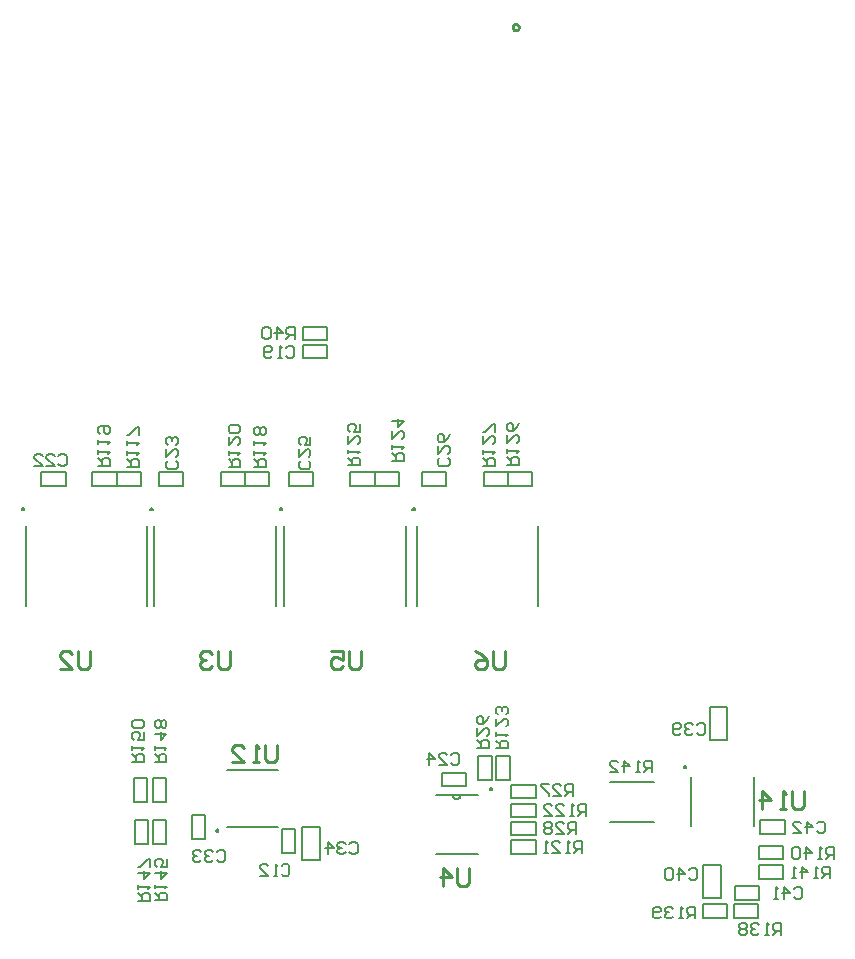
<source format=gbo>
%FSTAX23Y23*%
%MOIN*%
%SFA1B1*%

%IPPOS*%
%ADD10C,0.010000*%
%ADD12C,0.007874*%
%ADD13C,0.006000*%
%ADD14C,0.005000*%
%ADD16C,0.008000*%
%LNocb_development_board-1*%
%LPD*%
G54D10*
X02091Y03055D02*
D01*
X02091Y03056*
X02091Y03057*
X02091Y03057*
X02091Y03058*
X02091Y03059*
X0209Y03059*
X0209Y0306*
X0209Y03061*
X02089Y03061*
X02089Y03062*
X02088Y03062*
X02088Y03063*
X02087Y03063*
X02087Y03064*
X02086Y03064*
X02085Y03064*
X02085Y03065*
X02084Y03065*
X02084Y03065*
X02083Y03065*
X02082Y03065*
X02081Y03065*
X02081*
X0208Y03065*
X02079Y03065*
X02079Y03065*
X02078Y03065*
X02077Y03065*
X02077Y03064*
X02076Y03064*
X02076Y03064*
X02075Y03063*
X02074Y03063*
X02074Y03062*
X02073Y03062*
X02073Y03061*
X02073Y03061*
X02072Y0306*
X02072Y03059*
X02072Y03059*
X02072Y03058*
X02071Y03057*
X02071Y03057*
X02071Y03056*
X02071Y03055*
X02071Y03055*
X02071Y03054*
X02071Y03053*
X02072Y03053*
X02072Y03052*
X02072Y03051*
X02072Y03051*
X02073Y0305*
X02073Y03049*
X02073Y03049*
X02074Y03048*
X02074Y03048*
X02075Y03047*
X02076Y03047*
X02076Y03047*
X02077Y03046*
X02077Y03046*
X02078Y03046*
X02079Y03046*
X02079Y03045*
X0208Y03045*
X02081Y03045*
X02081*
X02082Y03045*
X02083Y03045*
X02084Y03046*
X02084Y03046*
X02085Y03046*
X02085Y03046*
X02086Y03047*
X02087Y03047*
X02087Y03047*
X02088Y03048*
X02088Y03048*
X02089Y03049*
X02089Y03049*
X0209Y0305*
X0209Y03051*
X0209Y03051*
X02091Y03052*
X02091Y03053*
X02091Y03053*
X02091Y03054*
X02091Y03055*
X02091Y03055*
X01284Y00664D02*
Y00615D01*
X01274Y00605*
X01254*
X01244Y00615*
Y00664*
X01224Y00605D02*
X01205D01*
X01215*
Y00664*
X01224Y00654*
X01135Y00605D02*
X01175D01*
X01135Y00644*
Y00654*
X01145Y00664*
X01165*
X01175Y00654*
X03041Y00509D02*
Y0046D01*
X03031Y0045*
X03011*
X03001Y0046*
Y00509*
X02981Y0045D02*
X02962D01*
X02972*
Y00509*
X02981Y00499*
X02902Y0045D02*
Y00509D01*
X02932Y0048*
X02892*
X02045Y00975D02*
Y00925D01*
X02035Y00915*
X02015*
X02005Y00925*
Y00975*
X01946D02*
X01966Y00965D01*
X01986Y00945*
Y00925*
X01976Y00915*
X01956*
X01946Y00925*
Y00935*
X01956Y00945*
X01986*
X01565Y00975D02*
Y00925D01*
X01555Y00915*
X01535*
X01525Y00925*
Y00975*
X01466D02*
X01506D01*
Y00945*
X01486Y00955*
X01476*
X01466Y00945*
Y00925*
X01476Y00915*
X01496*
X01506Y00925*
X01927Y00253D02*
Y00204D01*
X01917Y00194*
X01897*
X01887Y00204*
Y00253*
X01838Y00194D02*
Y00253D01*
X01868Y00224*
X01828*
X01128Y00975D02*
Y00925D01*
X01118Y00915*
X01098*
X01088Y00925*
Y00975*
X01069Y00965D02*
X01059Y00975D01*
X01039*
X01029Y00965*
Y00955*
X01039Y00945*
X01049*
X01039*
X01029Y00935*
Y00925*
X01039Y00915*
X01059*
X01069Y00925*
X00661Y00975D02*
Y00925D01*
X00651Y00915*
X00631*
X00621Y00925*
Y00975*
X00562Y00915D02*
X00602D01*
X00562Y00955*
Y00965*
X00572Y00975*
X00592*
X00602Y00965*
G54D12*
X01303Y01449D02*
D01*
X01303Y01449*
X01303Y01449*
X01303Y01449*
X01303Y0145*
X01303Y0145*
X01302Y0145*
X01302Y0145*
X01302Y01451*
X01302Y01451*
X01302Y01451*
X01302Y01451*
X01302Y01452*
X01301Y01452*
X01301Y01452*
X01301Y01452*
X01301Y01452*
X013Y01452*
X013Y01452*
X013Y01452*
X013Y01453*
X01299Y01453*
X01299Y01453*
X01299*
X01298Y01453*
X01298Y01453*
X01298Y01452*
X01298Y01452*
X01297Y01452*
X01297Y01452*
X01297Y01452*
X01297Y01452*
X01296Y01452*
X01296Y01452*
X01296Y01451*
X01296Y01451*
X01296Y01451*
X01296Y01451*
X01295Y0145*
X01295Y0145*
X01295Y0145*
X01295Y0145*
X01295Y01449*
X01295Y01449*
X01295Y01449*
X01295Y01449*
X01295Y01448*
X01295Y01448*
X01295Y01448*
X01295Y01448*
X01295Y01447*
X01295Y01447*
X01295Y01447*
X01296Y01447*
X01296Y01446*
X01296Y01446*
X01296Y01446*
X01296Y01446*
X01296Y01446*
X01297Y01445*
X01297Y01445*
X01297Y01445*
X01297Y01445*
X01298Y01445*
X01298Y01445*
X01298Y01445*
X01298Y01445*
X01299Y01445*
X01299*
X01299Y01445*
X013Y01445*
X013Y01445*
X013Y01445*
X013Y01445*
X01301Y01445*
X01301Y01445*
X01301Y01445*
X01301Y01446*
X01302Y01446*
X01302Y01446*
X01302Y01446*
X01302Y01446*
X01302Y01447*
X01302Y01447*
X01302Y01447*
X01303Y01447*
X01303Y01448*
X01303Y01448*
X01303Y01448*
X01303Y01448*
X01303Y01449*
X00871D02*
D01*
X00871Y01449*
X00871Y01449*
X00871Y01449*
X00871Y0145*
X00871Y0145*
X0087Y0145*
X0087Y0145*
X0087Y01451*
X0087Y01451*
X0087Y01451*
X0087Y01451*
X0087Y01452*
X00869Y01452*
X00869Y01452*
X00869Y01452*
X00869Y01452*
X00868Y01452*
X00868Y01452*
X00868Y01452*
X00868Y01453*
X00867Y01453*
X00867Y01453*
X00867*
X00866Y01453*
X00866Y01453*
X00866Y01452*
X00866Y01452*
X00865Y01452*
X00865Y01452*
X00865Y01452*
X00865Y01452*
X00864Y01452*
X00864Y01452*
X00864Y01451*
X00864Y01451*
X00864Y01451*
X00864Y01451*
X00863Y0145*
X00863Y0145*
X00863Y0145*
X00863Y0145*
X00863Y01449*
X00863Y01449*
X00863Y01449*
X00863Y01449*
X00863Y01448*
X00863Y01448*
X00863Y01448*
X00863Y01448*
X00863Y01447*
X00863Y01447*
X00863Y01447*
X00864Y01447*
X00864Y01446*
X00864Y01446*
X00864Y01446*
X00864Y01446*
X00864Y01446*
X00865Y01445*
X00865Y01445*
X00865Y01445*
X00865Y01445*
X00866Y01445*
X00866Y01445*
X00866Y01445*
X00866Y01445*
X00867Y01445*
X00867*
X00867Y01445*
X00868Y01445*
X00868Y01445*
X00868Y01445*
X00868Y01445*
X00869Y01445*
X00869Y01445*
X00869Y01445*
X00869Y01446*
X0087Y01446*
X0087Y01446*
X0087Y01446*
X0087Y01446*
X0087Y01447*
X0087Y01447*
X0087Y01447*
X00871Y01447*
X00871Y01448*
X00871Y01448*
X00871Y01448*
X00871Y01448*
X00871Y01449*
X02649Y00591D02*
D01*
X02649Y00591*
X02649Y00591*
X02649Y00591*
X02649Y00592*
X02649Y00592*
X02649Y00592*
X02649Y00592*
X02649Y00593*
X02649Y00593*
X02649Y00593*
X02648Y00593*
X02648Y00593*
X02648Y00594*
X02648Y00594*
X02647Y00594*
X02647Y00594*
X02647Y00594*
X02647Y00594*
X02646Y00594*
X02646Y00594*
X02646Y00594*
X02646Y00594*
X02645*
X02645Y00594*
X02645Y00594*
X02645Y00594*
X02644Y00594*
X02644Y00594*
X02644Y00594*
X02644Y00594*
X02643Y00594*
X02643Y00594*
X02643Y00593*
X02643Y00593*
X02642Y00593*
X02642Y00593*
X02642Y00593*
X02642Y00592*
X02642Y00592*
X02642Y00592*
X02642Y00592*
X02642Y00591*
X02642Y00591*
X02642Y00591*
X02642Y00591*
X02642Y0059*
X02642Y0059*
X02642Y0059*
X02642Y00589*
X02642Y00589*
X02642Y00589*
X02642Y00589*
X02642Y00588*
X02642Y00588*
X02642Y00588*
X02643Y00588*
X02643Y00588*
X02643Y00587*
X02643Y00587*
X02644Y00587*
X02644Y00587*
X02644Y00587*
X02644Y00587*
X02645Y00587*
X02645Y00587*
X02645Y00587*
X02645Y00587*
X02646*
X02646Y00587*
X02646Y00587*
X02646Y00587*
X02647Y00587*
X02647Y00587*
X02647Y00587*
X02647Y00587*
X02648Y00587*
X02648Y00587*
X02648Y00588*
X02648Y00588*
X02649Y00588*
X02649Y00588*
X02649Y00588*
X02649Y00589*
X02649Y00589*
X02649Y00589*
X02649Y00589*
X02649Y0059*
X02649Y0059*
X02649Y0059*
X02649Y00591*
X0109Y00378D02*
D01*
X0109Y00378*
X0109Y00379*
X0109Y00379*
X0109Y00379*
X0109Y0038*
X0109Y0038*
X0109Y0038*
X0109Y0038*
X0109Y00381*
X01089Y00381*
X01089Y00381*
X01089Y00381*
X01089Y00381*
X01089Y00381*
X01088Y00382*
X01088Y00382*
X01088Y00382*
X01088Y00382*
X01087Y00382*
X01087Y00382*
X01087Y00382*
X01087Y00382*
X01086*
X01086Y00382*
X01086Y00382*
X01085Y00382*
X01085Y00382*
X01085Y00382*
X01085Y00382*
X01084Y00382*
X01084Y00381*
X01084Y00381*
X01084Y00381*
X01084Y00381*
X01083Y00381*
X01083Y00381*
X01083Y0038*
X01083Y0038*
X01083Y0038*
X01083Y0038*
X01083Y00379*
X01083Y00379*
X01082Y00379*
X01082Y00378*
X01082Y00378*
X01082Y00378*
X01082Y00378*
X01083Y00377*
X01083Y00377*
X01083Y00377*
X01083Y00377*
X01083Y00376*
X01083Y00376*
X01083Y00376*
X01083Y00376*
X01084Y00375*
X01084Y00375*
X01084Y00375*
X01084Y00375*
X01084Y00375*
X01085Y00375*
X01085Y00375*
X01085Y00374*
X01085Y00374*
X01086Y00374*
X01086Y00374*
X01086Y00374*
X01087*
X01087Y00374*
X01087Y00374*
X01087Y00374*
X01088Y00374*
X01088Y00375*
X01088Y00375*
X01088Y00375*
X01089Y00375*
X01089Y00375*
X01089Y00375*
X01089Y00375*
X01089Y00376*
X0109Y00376*
X0109Y00376*
X0109Y00376*
X0109Y00377*
X0109Y00377*
X0109Y00377*
X0109Y00377*
X0109Y00378*
X0109Y00378*
X0109Y00378*
X01745Y01449D02*
D01*
X01745Y01449*
X01745Y01449*
X01745Y01449*
X01745Y0145*
X01745Y0145*
X01744Y0145*
X01744Y0145*
X01744Y01451*
X01744Y01451*
X01744Y01451*
X01744Y01451*
X01744Y01452*
X01743Y01452*
X01743Y01452*
X01743Y01452*
X01743Y01452*
X01742Y01452*
X01742Y01452*
X01742Y01452*
X01742Y01453*
X01741Y01453*
X01741Y01453*
X01741*
X0174Y01453*
X0174Y01453*
X0174Y01452*
X0174Y01452*
X01739Y01452*
X01739Y01452*
X01739Y01452*
X01739Y01452*
X01738Y01452*
X01738Y01452*
X01738Y01451*
X01738Y01451*
X01738Y01451*
X01738Y01451*
X01737Y0145*
X01737Y0145*
X01737Y0145*
X01737Y0145*
X01737Y01449*
X01737Y01449*
X01737Y01449*
X01737Y01449*
X01737Y01448*
X01737Y01448*
X01737Y01448*
X01737Y01448*
X01737Y01447*
X01737Y01447*
X01737Y01447*
X01738Y01447*
X01738Y01446*
X01738Y01446*
X01738Y01446*
X01738Y01446*
X01738Y01446*
X01739Y01445*
X01739Y01445*
X01739Y01445*
X01739Y01445*
X0174Y01445*
X0174Y01445*
X0174Y01445*
X0174Y01445*
X01741Y01445*
X01741*
X01741Y01445*
X01742Y01445*
X01742Y01445*
X01742Y01445*
X01742Y01445*
X01743Y01445*
X01743Y01445*
X01743Y01445*
X01743Y01446*
X01744Y01446*
X01744Y01446*
X01744Y01446*
X01744Y01446*
X01744Y01447*
X01744Y01447*
X01744Y01447*
X01745Y01447*
X01745Y01448*
X01745Y01448*
X01745Y01448*
X01745Y01448*
X01745Y01449*
X02003Y00516D02*
D01*
X02003Y00516*
X02003Y00516*
X02003Y00516*
X02002Y00517*
X02002Y00517*
X02002Y00517*
X02002Y00517*
X02002Y00518*
X02002Y00518*
X02002Y00518*
X02002Y00518*
X02001Y00519*
X02001Y00519*
X02001Y00519*
X02001Y00519*
X02Y00519*
X02Y00519*
X02Y00519*
X02Y00519*
X01999Y00519*
X01999Y0052*
X01999Y0052*
X01999*
X01998Y0052*
X01998Y00519*
X01998Y00519*
X01997Y00519*
X01997Y00519*
X01997Y00519*
X01997Y00519*
X01996Y00519*
X01996Y00519*
X01996Y00519*
X01996Y00518*
X01996Y00518*
X01995Y00518*
X01995Y00518*
X01995Y00517*
X01995Y00517*
X01995Y00517*
X01995Y00517*
X01995Y00516*
X01995Y00516*
X01995Y00516*
X01995Y00516*
X01995Y00515*
X01995Y00515*
X01995Y00515*
X01995Y00515*
X01995Y00514*
X01995Y00514*
X01995Y00514*
X01995Y00514*
X01995Y00513*
X01996Y00513*
X01996Y00513*
X01996Y00513*
X01996Y00513*
X01996Y00512*
X01997Y00512*
X01997Y00512*
X01997Y00512*
X01997Y00512*
X01998Y00512*
X01998Y00512*
X01998Y00512*
X01999Y00512*
X01999*
X01999Y00512*
X01999Y00512*
X02Y00512*
X02Y00512*
X02Y00512*
X02Y00512*
X02001Y00512*
X02001Y00512*
X02001Y00513*
X02001Y00513*
X02002Y00513*
X02002Y00513*
X02002Y00513*
X02002Y00514*
X02002Y00514*
X02002Y00514*
X02002Y00514*
X02002Y00515*
X02003Y00515*
X02003Y00515*
X02003Y00515*
X02003Y00516*
X00442Y01449D02*
D01*
X00442Y01449*
X00442Y01449*
X00442Y01449*
X00442Y0145*
X00442Y0145*
X00441Y0145*
X00441Y0145*
X00441Y01451*
X00441Y01451*
X00441Y01451*
X00441Y01451*
X00441Y01452*
X0044Y01452*
X0044Y01452*
X0044Y01452*
X0044Y01452*
X00439Y01452*
X00439Y01452*
X00439Y01452*
X00439Y01453*
X00438Y01453*
X00438Y01453*
X00438*
X00437Y01453*
X00437Y01453*
X00437Y01452*
X00437Y01452*
X00436Y01452*
X00436Y01452*
X00436Y01452*
X00436Y01452*
X00435Y01452*
X00435Y01452*
X00435Y01451*
X00435Y01451*
X00435Y01451*
X00435Y01451*
X00434Y0145*
X00434Y0145*
X00434Y0145*
X00434Y0145*
X00434Y01449*
X00434Y01449*
X00434Y01449*
X00434Y01449*
X00434Y01448*
X00434Y01448*
X00434Y01448*
X00434Y01448*
X00434Y01447*
X00434Y01447*
X00434Y01447*
X00435Y01447*
X00435Y01446*
X00435Y01446*
X00435Y01446*
X00435Y01446*
X00435Y01446*
X00436Y01445*
X00436Y01445*
X00436Y01445*
X00436Y01445*
X00437Y01445*
X00437Y01445*
X00437Y01445*
X00437Y01445*
X00438Y01445*
X00438*
X00438Y01445*
X00439Y01445*
X00439Y01445*
X00439Y01445*
X00439Y01445*
X0044Y01445*
X0044Y01445*
X0044Y01445*
X0044Y01446*
X00441Y01446*
X00441Y01446*
X00441Y01446*
X00441Y01446*
X00441Y01447*
X00441Y01447*
X00441Y01447*
X00442Y01447*
X00442Y01448*
X00442Y01448*
X00442Y01448*
X00442Y01448*
X00442Y01449*
X01309Y01126D02*
Y01394D01*
X01714Y01126D02*
Y01394D01*
X00877Y01126D02*
Y01394D01*
X01282Y01126D02*
Y01394D01*
X0112Y0039D02*
X0129D01*
X0112Y0058D02*
X0129D01*
X02156Y01126D02*
Y01394D01*
X01751Y01126D02*
Y01394D01*
X00853Y01126D02*
Y01394D01*
X00448Y01126D02*
Y01394D01*
X00808Y00473D02*
X00853D01*
X00808D02*
Y00554D01*
X00853*
Y00473D02*
Y00554D01*
X00872D02*
X00917D01*
Y00473D02*
Y00554D01*
X00872Y00473D02*
X00917D01*
X00872D02*
Y00554D01*
X00812Y00413D02*
X00857D01*
Y00333D02*
Y00413D01*
X00812Y00333D02*
X00857D01*
X00812D02*
Y00413D01*
X00872Y00333D02*
X00917D01*
X00872D02*
Y00413D01*
X00917*
Y00333D02*
Y00413D01*
X02972Y00217D02*
Y00262D01*
X02891Y00217D02*
X02972D01*
X02891D02*
Y00262D01*
X02972*
Y00282D02*
Y00327D01*
X02891Y00282D02*
X02972D01*
X02891D02*
Y00327D01*
X02972*
X02787Y00087D02*
Y00132D01*
X02706Y00087D02*
X02787D01*
X02706D02*
Y00132D01*
X02787*
X02809Y00087D02*
Y00132D01*
X0289*
Y00087D02*
Y00132D01*
X02809Y00087D02*
X0289D01*
X01974Y01528D02*
Y01573D01*
X02055*
Y01528D02*
Y01573D01*
X01974Y01528D02*
X02055D01*
X02136D02*
Y01573D01*
X02055Y01528D02*
X02136D01*
X02055D02*
Y01573D01*
X02136*
X0153Y01528D02*
Y01573D01*
X01611*
Y01528D02*
Y01573D01*
X0153Y01528D02*
X01611D01*
X01692D02*
Y01573D01*
X01611Y01528D02*
X01692D01*
X01611D02*
Y01573D01*
X01692*
X02017Y00626D02*
X02062D01*
Y00545D02*
Y00626D01*
X02017Y00545D02*
X02062D01*
X02017D02*
Y00626D01*
X02148Y00423D02*
Y00468D01*
X02067Y00423D02*
X02148D01*
X02067D02*
Y00468D01*
X02148*
Y003D02*
Y00345D01*
X02067Y003D02*
X02148D01*
X02067D02*
Y00345D01*
X02148*
X01098Y01528D02*
Y01573D01*
X01179*
Y01528D02*
Y01573D01*
X01098Y01528D02*
X01179D01*
X0067D02*
Y01573D01*
X00751*
Y01528D02*
Y01573D01*
X0067Y01528D02*
X00751D01*
X0126D02*
Y01573D01*
X01179Y01528D02*
X0126D01*
X01179D02*
Y01573D01*
X0126*
X00832Y01528D02*
Y01573D01*
X00751Y01528D02*
X00832D01*
X00751D02*
Y01573D01*
X00832*
X01372Y02012D02*
Y02057D01*
X01453*
Y02012D02*
Y02057D01*
X01372Y02012D02*
X01453D01*
X02148Y00362D02*
Y00407D01*
X02067Y00362D02*
X02148D01*
X02067D02*
Y00407D01*
X02148*
Y00485D02*
Y0053D01*
X02067Y00485D02*
X02148D01*
X02067D02*
Y0053D01*
X02148*
X01957Y00626D02*
X02002D01*
Y00545D02*
Y00626D01*
X01957Y00545D02*
X02002D01*
X01957D02*
Y00626D01*
X02978Y00367D02*
Y00412D01*
X02897Y00367D02*
X02978D01*
X02897D02*
Y00412D01*
X02978*
X02811Y00147D02*
Y00192D01*
X02892*
Y00147D02*
Y00192D01*
X02811Y00147D02*
X02892D01*
X02764Y00152D02*
Y00262D01*
X02705Y00152D02*
X02764D01*
X02705D02*
Y00262D01*
X02764*
X02728Y00679D02*
Y0079D01*
X02787*
Y00679D02*
Y0079D01*
X02728Y00679D02*
X02787D01*
X0137Y00279D02*
Y0039D01*
X01429*
Y00279D02*
Y0039D01*
X0137Y00279D02*
X01429D01*
X01002Y0043D02*
X01047D01*
Y00349D02*
Y0043D01*
X01002Y00349D02*
X01047D01*
X01002D02*
Y0043D01*
X0185Y01528D02*
Y01573D01*
X01769Y01528D02*
X0185D01*
X01769D02*
Y01573D01*
X0185*
X01405Y01528D02*
Y01573D01*
X01324Y01528D02*
X01405D01*
X01324D02*
Y01573D01*
X01405*
X01836Y00525D02*
Y0057D01*
X01917*
Y00525D02*
Y0057D01*
X01836Y00525D02*
X01917D01*
X00973Y01528D02*
Y01573D01*
X00892Y01528D02*
X00973D01*
X00892D02*
Y01573D01*
X00973*
X005Y01528D02*
Y01573D01*
X00581*
Y01528D02*
Y01573D01*
X005Y01528D02*
X00581D01*
X01453Y01952D02*
Y01997D01*
X01372Y01952D02*
X01453D01*
X01372D02*
Y01997D01*
X01453*
X01302Y00383D02*
X01347D01*
Y00302D02*
Y00383D01*
X01302Y00302D02*
X01347D01*
X01302D02*
Y00383D01*
G54D13*
X01873Y00496D02*
D01*
X01873Y00495*
X01873Y00494*
X01873Y00493*
X01873Y00492*
X01873Y00491*
X01874Y00491*
X01874Y0049*
X01874Y00489*
X01875Y00488*
X01875Y00488*
X01876Y00487*
X01876Y00487*
X01877Y00486*
X01878Y00486*
X01879Y00485*
X01879Y00485*
X0188Y00484*
X01881Y00484*
X01882Y00484*
X01882Y00484*
X01883Y00484*
X01884Y00484*
X01885*
X01886Y00484*
X01887Y00484*
X01887Y00484*
X01888Y00484*
X01889Y00484*
X0189Y00485*
X01891Y00485*
X01891Y00486*
X01892Y00486*
X01893Y00487*
X01893Y00487*
X01894Y00488*
X01894Y00488*
X01895Y00489*
X01895Y0049*
X01895Y00491*
X01896Y00491*
X01896Y00492*
X01896Y00493*
X01896Y00494*
X01896Y00495*
X01897Y00496*
X02664Y00393D02*
Y00556D01*
X02875Y00393D02*
Y00556D01*
X01814Y003D02*
X01956D01*
X01814Y00496D02*
X01873D01*
X01897*
X01956*
G54D14*
X02397Y00541D02*
X02543D01*
X02397Y00408D02*
X02543D01*
G54D16*
X01527Y00334D02*
X01534Y0034D01*
X01547*
X01554Y00334*
Y00307*
X01547Y00301*
X01534*
X01527Y00307*
X01514Y00334D02*
X01507Y0034D01*
X01494*
X01487Y00334*
Y00327*
X01494Y00321*
X01501*
X01494*
X01487Y00314*
Y00307*
X01494Y00301*
X01507*
X01514Y00307*
X01454Y00301D02*
Y0034D01*
X01474Y00321*
X01447*
X01084Y00306D02*
X01091Y00312D01*
X01104*
X01111Y00306*
Y00279*
X01104Y00273*
X01091*
X01084Y00279*
X01071Y00306D02*
X01064Y00312D01*
X01051*
X01044Y00306*
Y00299*
X01051Y00293*
X01058*
X01051*
X01044Y00286*
Y00279*
X01051Y00273*
X01064*
X01071Y00279*
X01031Y00306D02*
X01024Y00312D01*
X01011*
X01004Y00306*
Y00299*
X01011Y00293*
X01018*
X01011*
X01004Y00286*
Y00279*
X01011Y00273*
X01024*
X01031Y00279*
X01301Y00259D02*
X01307Y00265D01*
X01321*
X01327Y00259*
Y00232*
X01321Y00226*
X01307*
X01301Y00232*
X01287Y00226D02*
X01274D01*
X01281*
Y00265*
X01287Y00259*
X01228Y00226D02*
X01254D01*
X01228Y00252*
Y00259*
X01234Y00265*
X01248*
X01254Y00259*
X00802Y00607D02*
X00841D01*
Y00627*
X00835Y00633*
X00822*
X00815Y00627*
Y00607*
Y0062D02*
X00802Y00633D01*
Y00647D02*
Y0066D01*
Y00653*
X00841*
X00835Y00647*
X00841Y00706D02*
Y0068D01*
X00822*
X00828Y00693*
Y007*
X00822Y00706*
X00808*
X00802Y007*
Y00686*
X00808Y0068*
X00835Y0072D02*
X00841Y00726D01*
Y0074*
X00835Y00746*
X00808*
X00802Y0074*
Y00726*
X00808Y0072*
X00835*
X00878Y00607D02*
X00917D01*
Y00627*
X00911Y00633*
X00898*
X00891Y00627*
Y00607*
Y0062D02*
X00878Y00633D01*
Y00647D02*
Y0066D01*
Y00653*
X00917*
X00911Y00647*
X00878Y007D02*
X00917D01*
X00898Y0068*
Y00706*
X00911Y0072D02*
X00917Y00726D01*
Y0074*
X00911Y00746*
X00904*
X00898Y0074*
X00891Y00746*
X00884*
X00878Y0074*
Y00726*
X00884Y0072*
X00891*
X00898Y00726*
X00904Y0072*
X00911*
X00898Y00726D02*
Y0074D01*
X00823Y00144D02*
X00862D01*
Y00164*
X00856Y0017*
X00843*
X00836Y00164*
Y00144*
Y00157D02*
X00823Y0017D01*
Y00184D02*
Y00197D01*
Y0019*
X00862*
X00856Y00184*
X00823Y00237D02*
X00862D01*
X00843Y00217*
Y00243*
X00862Y00257D02*
Y00283D01*
X00856*
X00829Y00257*
X00823*
X0088Y00145D02*
X00919D01*
Y00165*
X00913Y00171*
X009*
X00893Y00165*
Y00145*
Y00158D02*
X0088Y00171D01*
Y00185D02*
Y00198D01*
Y00191*
X00919*
X00913Y00185*
X0088Y00238D02*
X00919D01*
X009Y00218*
Y00244*
X00919Y00284D02*
Y00258D01*
X009*
X00906Y00271*
Y00278*
X009Y00284*
X00886*
X0088Y00278*
Y00264*
X00886Y00258*
X02536Y00572D02*
Y00611D01*
X02516*
X0251Y00605*
Y00592*
X02516Y00585*
X02536*
X02523D02*
X0251Y00572D01*
X02496D02*
X02483D01*
X0249*
Y00611*
X02496Y00605*
X02443Y00572D02*
Y00611D01*
X02463Y00592*
X02437*
X02397Y00572D02*
X02423D01*
X02397Y00598*
Y00605*
X02403Y00611*
X02417*
X02423Y00605*
X03128Y00219D02*
Y00258D01*
X03108*
X03101Y00252*
Y00239*
X03108Y00232*
X03128*
X03114D02*
X03101Y00219D01*
X03088D02*
X03074D01*
X03081*
Y00258*
X03088Y00252*
X03035Y00219D02*
Y00258D01*
X03055Y00239*
X03028*
X03015Y00219D02*
X03001D01*
X03008*
Y00258*
X03015Y00252*
X03141Y00284D02*
Y00323D01*
X03121*
X03115Y00317*
Y00304*
X03121Y00297*
X03141*
X03128D02*
X03115Y00284D01*
X03101D02*
X03088D01*
X03095*
Y00323*
X03101Y00317*
X03048Y00284D02*
Y00323D01*
X03068Y00304*
X03042*
X03028Y00317D02*
X03022Y00323D01*
X03008*
X03002Y00317*
Y0029*
X03008Y00284*
X03022*
X03028Y0029*
Y00317*
X02679Y00085D02*
Y00124D01*
X02659*
X02653Y00118*
Y00105*
X02659Y00098*
X02679*
X02666D02*
X02653Y00085D01*
X02639D02*
X02626D01*
X02633*
Y00124*
X02639Y00118*
X02606D02*
X026Y00124D01*
X02586*
X0258Y00118*
Y00111*
X02586Y00105*
X02593*
X02586*
X0258Y00098*
Y00091*
X02586Y00085*
X026*
X02606Y00091*
X02566D02*
X0256Y00085D01*
X02546*
X0254Y00091*
Y00118*
X02546Y00124*
X0256*
X02566Y00118*
Y00111*
X0256Y00105*
X0254*
X02964Y0003D02*
Y00069D01*
X02944*
X02938Y00063*
Y0005*
X02944Y00043*
X02964*
X02951D02*
X02938Y0003D01*
X02924D02*
X02911D01*
X02918*
Y00069*
X02924Y00063*
X02891D02*
X02885Y00069D01*
X02871*
X02865Y00063*
Y00056*
X02871Y0005*
X02878*
X02871*
X02865Y00043*
Y00036*
X02871Y0003*
X02885*
X02891Y00036*
X02851Y00063D02*
X02845Y00069D01*
X02831*
X02825Y00063*
Y00056*
X02831Y0005*
X02825Y00043*
Y00036*
X02831Y0003*
X02845*
X02851Y00036*
Y00043*
X02845Y0005*
X02851Y00056*
Y00063*
X02845Y0005D02*
X02831D01*
X01973Y01593D02*
X02013D01*
Y01613*
X02006Y01619*
X01993*
X01986Y01613*
Y01593*
Y01606D02*
X01973Y01619D01*
Y01633D02*
Y01646D01*
Y01639*
X02013*
X02006Y01633*
X01973Y01692D02*
Y01666D01*
X01999Y01692*
X02006*
X02013Y01686*
Y01672*
X02006Y01666*
X02013Y01706D02*
Y01732D01*
X02006*
X01979Y01706*
X01973*
X02052Y01596D02*
X02091D01*
Y01616*
X02085Y01622*
X02072*
X02065Y01616*
Y01596*
Y01609D02*
X02052Y01622D01*
Y01636D02*
Y01649D01*
Y01642*
X02091*
X02085Y01636*
X02052Y01695D02*
Y01669D01*
X02078Y01695*
X02085*
X02091Y01689*
Y01675*
X02085Y01669*
X02091Y01735D02*
X02085Y01722D01*
X02072Y01709*
X02058*
X02052Y01715*
Y01729*
X02058Y01735*
X02065*
X02072Y01729*
Y01709*
X01522Y01595D02*
X01561D01*
Y01615*
X01555Y01621*
X01542*
X01535Y01615*
Y01595*
Y01608D02*
X01522Y01621D01*
Y01635D02*
Y01648D01*
Y01641*
X01561*
X01555Y01635*
X01522Y01694D02*
Y01668D01*
X01548Y01694*
X01555*
X01561Y01688*
Y01674*
X01555Y01668*
X01561Y01734D02*
Y01708D01*
X01542*
X01548Y01721*
Y01728*
X01542Y01734*
X01528*
X01522Y01728*
Y01714*
X01528Y01708*
X0167Y0161D02*
X01709D01*
Y0163*
X01703Y01636*
X0169*
X01683Y0163*
Y0161*
Y01623D02*
X0167Y01636D01*
Y0165D02*
Y01663D01*
Y01656*
X01709*
X01703Y0165*
X0167Y01709D02*
Y01683D01*
X01696Y01709*
X01703*
X01709Y01703*
Y01689*
X01703Y01683*
X0167Y01743D02*
X01709D01*
X0169Y01723*
Y01749*
X02017Y00652D02*
X02056D01*
Y00672*
X0205Y00678*
X02037*
X0203Y00672*
Y00652*
Y00665D02*
X02017Y00678D01*
Y00692D02*
Y00705D01*
Y00698*
X02056*
X0205Y00692*
X02017Y00751D02*
Y00725D01*
X02043Y00751*
X0205*
X02056Y00745*
Y00731*
X0205Y00725*
Y00765D02*
X02056Y00771D01*
Y00785*
X0205Y00791*
X02043*
X02037Y00785*
Y00778*
Y00785*
X0203Y00791*
X02023*
X02017Y00785*
Y00771*
X02023Y00765*
X02314Y00426D02*
Y00466D01*
X02294*
X02288Y00459*
Y00446*
X02294Y00439*
X02314*
X02301D02*
X02288Y00426D01*
X02274D02*
X02261D01*
X02268*
Y00466*
X02274Y00459*
X02215Y00426D02*
X02241D01*
X02215Y00452*
Y00459*
X02221Y00466*
X02235*
X02241Y00459*
X02175Y00426D02*
X02201D01*
X02175Y00452*
Y00459*
X02181Y00466*
X02195*
X02201Y00459*
X02303Y00303D02*
Y00342D01*
X02283*
X02276Y00336*
Y00323*
X02283Y00316*
X02303*
X02289D02*
X02276Y00303D01*
X02263D02*
X02249D01*
X02256*
Y00342*
X02263Y00336*
X02203Y00303D02*
X0223D01*
X02203Y00329*
Y00336*
X0221Y00342*
X02223*
X0223Y00336*
X0219Y00303D02*
X02176D01*
X02183*
Y00342*
X0219Y00336*
X01124Y0159D02*
X01163D01*
Y0161*
X01157Y01616*
X01144*
X01137Y0161*
Y0159*
Y01603D02*
X01124Y01616D01*
Y0163D02*
Y01643D01*
Y01636*
X01163*
X01157Y0163*
X01124Y01689D02*
Y01663D01*
X0115Y01689*
X01157*
X01163Y01683*
Y01669*
X01157Y01663*
Y01703D02*
X01163Y01709D01*
Y01723*
X01157Y01729*
X0113*
X01124Y01723*
Y01709*
X0113Y01703*
X01157*
X0069Y01594D02*
X00729D01*
Y01614*
X00723Y01621*
X0071*
X00703Y01614*
Y01594*
Y01607D02*
X0069Y01621D01*
Y01634D02*
Y01647D01*
Y01641*
X00729*
X00723Y01634*
X0069Y01667D02*
Y0168D01*
Y01674*
X00729*
X00723Y01667*
X00696Y017D02*
X0069Y01707D01*
Y0172*
X00696Y01727*
X00723*
X00729Y0172*
Y01707*
X00723Y017*
X00716*
X0071Y01707*
Y01727*
X01209Y01591D02*
X01248D01*
Y01611*
X01242Y01618*
X01229*
X01222Y01611*
Y01591*
Y01604D02*
X01209Y01618D01*
Y01631D02*
Y01644D01*
Y01638*
X01248*
X01242Y01631*
X01209Y01664D02*
Y01677D01*
Y01671*
X01248*
X01242Y01664*
Y01697D02*
X01248Y01704D01*
Y01717*
X01242Y01724*
X01235*
X01229Y01717*
X01222Y01724*
X01215*
X01209Y01717*
Y01704*
X01215Y01697*
X01222*
X01229Y01704*
X01235Y01697*
X01242*
X01229Y01704D02*
Y01717D01*
X00787Y01591D02*
X00826D01*
Y01611*
X0082Y01618*
X00807*
X008Y01611*
Y01591*
Y01604D02*
X00787Y01618D01*
Y01631D02*
Y01644D01*
Y01638*
X00826*
X0082Y01631*
X00787Y01664D02*
Y01677D01*
Y01671*
X00826*
X0082Y01664*
X00826Y01697D02*
Y01724D01*
X0082*
X00793Y01697*
X00787*
X01344Y02018D02*
Y02057D01*
X01324*
X01317Y02051*
Y02038*
X01324Y02031*
X01344*
X0133D02*
X01317Y02018D01*
X01284D02*
Y02057D01*
X01304Y02038*
X01277*
X01264Y02051D02*
X01257Y02057D01*
X01244*
X01237Y02051*
Y02024*
X01244Y02018*
X01257*
X01264Y02024*
Y02051*
X02283Y00368D02*
Y00407D01*
X02263*
X02256Y00401*
Y00388*
X02263Y00381*
X02283*
X02269D02*
X02256Y00368D01*
X02216D02*
X02243D01*
X02216Y00394*
Y00401*
X02223Y00407*
X02236*
X02243Y00401*
X02203D02*
X02196Y00407D01*
X02183*
X02176Y00401*
Y00394*
X02183Y00388*
X02176Y00381*
Y00374*
X02183Y00368*
X02196*
X02203Y00374*
Y00381*
X02196Y00388*
X02203Y00394*
Y00401*
X02196Y00388D02*
X02183D01*
X02273Y00493D02*
Y00532D01*
X02253*
X02246Y00526*
Y00513*
X02253Y00506*
X02273*
X02259D02*
X02246Y00493D01*
X02206D02*
X02233D01*
X02206Y00519*
Y00526*
X02213Y00532*
X02226*
X02233Y00526*
X02193Y00532D02*
X02166D01*
Y00526*
X02193Y00499*
Y00493*
X01953Y00653D02*
X01992D01*
Y00673*
X01986Y0068*
X01973*
X01966Y00673*
Y00653*
Y00667D02*
X01953Y0068D01*
Y0072D02*
Y00693D01*
X01979Y0072*
X01986*
X01992Y00713*
Y007*
X01986Y00693*
X01992Y0076D02*
X01986Y00746D01*
X01973Y00733*
X01959*
X01953Y0074*
Y00753*
X01959Y0076*
X01966*
X01973Y00753*
Y00733*
X03084Y00402D02*
X03091Y00408D01*
X03104*
X03111Y00402*
Y00375*
X03104Y00369*
X03091*
X03084Y00375*
X03051Y00369D02*
Y00408D01*
X03071Y00389*
X03044*
X03004Y00369D02*
X03031D01*
X03004Y00395*
Y00402*
X03011Y00408*
X03024*
X03031Y00402*
X03009Y00183D02*
X03016Y00189D01*
X03029*
X03036Y00183*
Y00156*
X03029Y0015*
X03016*
X03009Y00156*
X02976Y0015D02*
Y00189D01*
X02996Y0017*
X0297*
X02956Y0015D02*
X02943D01*
X0295*
Y00189*
X02956Y00183*
X02658Y00247D02*
X02665Y00253D01*
X02678*
X02685Y00247*
Y0022*
X02678Y00214*
X02665*
X02658Y0022*
X02625Y00214D02*
Y00253D01*
X02645Y00234*
X02618*
X02605Y00247D02*
X02598Y00253D01*
X02585*
X02578Y00247*
Y0022*
X02585Y00214*
X02598*
X02605Y0022*
Y00247*
X02684Y0073D02*
X02691Y00736D01*
X02704*
X02711Y0073*
Y00703*
X02704Y00697*
X02691*
X02684Y00703*
X02671Y0073D02*
X02664Y00736D01*
X02651*
X02644Y0073*
Y00723*
X02651Y00717*
X02658*
X02651*
X02644Y0071*
Y00703*
X02651Y00697*
X02664*
X02671Y00703*
X02631D02*
X02624Y00697D01*
X02611*
X02604Y00703*
Y0073*
X02611Y00736*
X02624*
X02631Y0073*
Y00723*
X02624Y00717*
X02604*
X01854Y01621D02*
X01861Y01614D01*
Y01601*
X01854Y01594*
X01827*
X01821Y01601*
Y01614*
X01827Y01621*
X01821Y01661D02*
Y01634D01*
X01847Y01661*
X01854*
X01861Y01654*
Y01641*
X01854Y01634*
X01861Y01701D02*
X01854Y01687D01*
X01841Y01674*
X01827*
X01821Y01681*
Y01694*
X01827Y01701*
X01834*
X01841Y01694*
Y01674*
X01391Y0161D02*
X01397Y01603D01*
Y0159*
X01391Y01583*
X01364*
X01358Y0159*
Y01603*
X01364Y0161*
X01358Y0165D02*
Y01623D01*
X01384Y0165*
X01391*
X01397Y01643*
Y0163*
X01391Y01623*
X01397Y0169D02*
Y01663D01*
X01378*
X01384Y01676*
Y01683*
X01378Y0169*
X01364*
X01358Y01683*
Y0167*
X01364Y01663*
X01864Y00631D02*
X01871Y00637D01*
X01884*
X01891Y00631*
Y00604*
X01884Y00598*
X01871*
X01864Y00604*
X01824Y00598D02*
X01851D01*
X01824Y00624*
Y00631*
X01831Y00637*
X01844*
X01851Y00631*
X01791Y00598D02*
Y00637D01*
X01811Y00618*
X01784*
X0095Y01609D02*
X00956Y01602D01*
Y01589*
X0095Y01582*
X00923*
X00917Y01589*
Y01602*
X00923Y01609*
X00917Y01649D02*
Y01622D01*
X00943Y01649*
X0095*
X00956Y01642*
Y01629*
X0095Y01622*
Y01662D02*
X00956Y01669D01*
Y01682*
X0095Y01689*
X00943*
X00937Y01682*
Y01675*
Y01682*
X0093Y01689*
X00923*
X00917Y01682*
Y01669*
X00923Y01662*
X00557Y01627D02*
X00564Y01633D01*
X00577*
X00584Y01627*
Y016*
X00577Y01594*
X00564*
X00557Y016*
X00517Y01594D02*
X00544D01*
X00517Y0162*
Y01627*
X00524Y01633*
X00537*
X00544Y01627*
X00477Y01594D02*
X00504D01*
X00477Y0162*
Y01627*
X00484Y01633*
X00497*
X00504Y01627*
X01315Y01987D02*
X01321Y01993D01*
X01335*
X01341Y01987*
Y0196*
X01335Y01954*
X01321*
X01315Y0196*
X01301Y01954D02*
X01288D01*
X01295*
Y01993*
X01301Y01987*
X01268Y0196D02*
X01262Y01954D01*
X01248*
X01242Y0196*
Y01987*
X01248Y01993*
X01262*
X01268Y01987*
Y0198*
X01262Y01974*
X01242*
M02*
</source>
